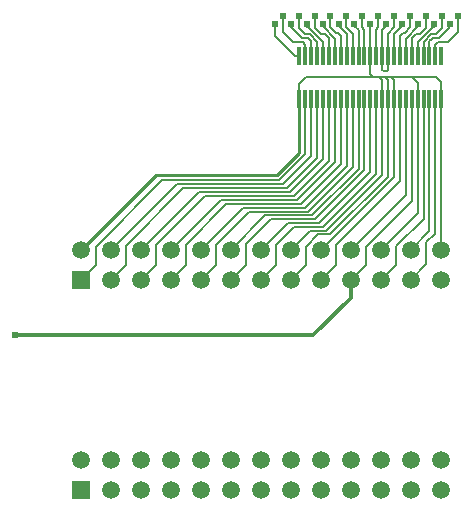
<source format=gbl>
G04*
G04 #@! TF.GenerationSoftware,Altium Limited,Altium Designer,18.0.12 (696)*
G04*
G04 Layer_Physical_Order=2*
G04 Layer_Color=16711680*
%FSLAX25Y25*%
%MOIN*%
G70*
G01*
G75*
%ADD17C,0.01200*%
%ADD18C,0.00600*%
%ADD19R,0.05906X0.05906*%
%ADD20C,0.05906*%
%ADD21C,0.02400*%
%ADD22R,0.01181X0.06299*%
%ADD23C,0.01000*%
D17*
X257500Y261500D02*
X270000Y274000D01*
X158000Y261500D02*
X257500D01*
X270000Y274000D02*
Y280000D01*
D18*
X280437Y350063D02*
Y354587D01*
Y350063D02*
X281000Y349500D01*
X282000D01*
X282405Y349905D01*
Y354587D01*
X300122Y290000D02*
Y290122D01*
X207200Y313200D02*
X246200D01*
X184900Y290900D02*
X207200Y313200D01*
X184900Y284900D02*
Y290900D01*
X255000Y347500D02*
X277500D01*
X252878Y345378D02*
X255000Y347500D01*
X252878Y340413D02*
Y345378D01*
X300122Y340413D02*
Y345878D01*
X298500Y347500D02*
X300122Y345878D01*
X290500Y347500D02*
X298500D01*
X283500D02*
X290500D01*
X292248Y340413D02*
Y345752D01*
X290500Y347500D02*
X292248Y345752D01*
X281500Y347500D02*
X283500D01*
X284374Y346626D01*
Y340413D02*
Y346626D01*
X279500Y347500D02*
X281500D01*
X282405Y340413D02*
Y346595D01*
X281500Y347500D02*
X282405Y346595D01*
X279500Y347500D02*
X280437Y346563D01*
X276500Y348500D02*
X277500Y347500D01*
X280437Y340413D02*
Y346563D01*
X277500Y347500D02*
X279500D01*
X276500Y348500D02*
Y354587D01*
X255300Y364400D02*
X255700D01*
X286343Y313142D02*
Y340413D01*
X264900Y291700D02*
X286343Y313142D01*
X284374Y314374D02*
Y340413D01*
X260000Y290000D02*
X284374Y314374D01*
X282405Y314405D02*
Y340413D01*
X263200Y295200D02*
X282405Y314405D01*
X259200Y295200D02*
X263200D01*
X280437Y314937D02*
Y340413D01*
X261800Y296300D02*
X280437Y314937D01*
X256300Y296300D02*
X261800D01*
X278468Y315469D02*
Y340413D01*
X260600Y297600D02*
X278468Y315469D01*
X251100Y297600D02*
X260600D01*
X276500Y316000D02*
Y340413D01*
X259400Y298900D02*
X276500Y316000D01*
X248900Y298900D02*
X259400D01*
X274532Y316531D02*
Y340413D01*
X258200Y300200D02*
X274532Y316531D01*
X243300Y300200D02*
X258200D01*
X272563Y317063D02*
Y340413D01*
X257000Y301500D02*
X272563Y317063D01*
X241500Y301500D02*
X257000D01*
X270595Y317595D02*
Y340413D01*
X255800Y302800D02*
X270595Y317595D01*
X236100Y302800D02*
X255800D01*
X268626Y318126D02*
Y340413D01*
X254600Y304100D02*
X268626Y318126D01*
X234100Y304100D02*
X254600D01*
X266657Y318657D02*
Y340413D01*
X253400Y305400D02*
X266657Y318657D01*
X228500Y305400D02*
X253400D01*
X264689Y319189D02*
Y340413D01*
X252200Y306700D02*
X264689Y319189D01*
X226700Y306700D02*
X252200D01*
X262720Y319721D02*
Y340413D01*
X251000Y308000D02*
X262720Y319721D01*
X221500Y308000D02*
X251000D01*
X260752Y320252D02*
Y340413D01*
X249800Y309300D02*
X260752Y320252D01*
X219300Y309300D02*
X249800D01*
X258784Y320783D02*
Y340413D01*
X248600Y310600D02*
X258784Y320783D01*
X214200Y310600D02*
X248600D01*
X256815Y321315D02*
Y340413D01*
X247400Y311900D02*
X256815Y321315D01*
X211900Y311900D02*
X247400D01*
X254847Y321847D02*
Y340413D01*
X246200Y313200D02*
X254847Y321847D01*
X253619Y360681D02*
X255742D01*
X250000Y364300D02*
X253619Y360681D01*
X250700Y359200D02*
X254000D01*
X254847Y358353D01*
X257900Y364089D02*
Y367100D01*
Y364089D02*
X260058Y361931D01*
X261331D01*
X260600Y364500D02*
X264689Y360411D01*
X265900Y364600D02*
X268626Y361874D01*
X271200Y364700D02*
X272563Y363337D01*
X276500Y354587D02*
Y364800D01*
X278468Y363469D02*
X279200Y364200D01*
X278468Y354587D02*
Y363469D01*
X265700Y362400D02*
X266657Y361442D01*
X264989Y362400D02*
X265700D01*
X263200Y364189D02*
X264989Y362400D01*
X263200Y364189D02*
Y367200D01*
X247300Y362600D02*
Y366900D01*
X244700Y361300D02*
Y364200D01*
X247300Y362600D02*
X250700Y359200D01*
X244700Y361300D02*
X251413Y354587D01*
X297300Y364400D02*
X297700D01*
X295100Y364089D02*
Y367100D01*
X292942Y361931D02*
X295100Y364089D01*
X291669Y361931D02*
X292942D01*
X290280Y360541D02*
X291669Y361931D01*
X290280Y354587D02*
Y360541D01*
X288311Y360411D02*
X292400Y364500D01*
X288311Y354587D02*
Y360411D01*
X300122Y290122D02*
Y340413D01*
X296185Y296185D02*
Y340413D01*
X280000Y290000D02*
X292248Y302248D01*
X295200Y292500D02*
X298153Y295454D01*
X295200Y285200D02*
Y292500D01*
X290000Y280000D02*
X295200Y285200D01*
X298153Y295454D02*
Y340413D01*
X290000Y290000D02*
X296185Y296185D01*
X285100Y291200D02*
X294216Y300317D01*
X285100Y285100D02*
Y291200D01*
X280000Y280000D02*
X285100Y285100D01*
X294216Y300317D02*
Y340413D01*
X275000Y291000D02*
X290280Y306279D01*
X275000Y285000D02*
Y291000D01*
X270000Y280000D02*
X275000Y285000D01*
X290280Y306279D02*
Y340413D01*
X270000Y290000D02*
X288311Y308311D01*
Y340413D01*
X264900Y284900D02*
Y291700D01*
X260000Y280000D02*
X264900Y284900D01*
X292248Y302248D02*
Y340413D01*
X200000Y290000D02*
X219300Y309300D01*
X205000Y291500D02*
X221500Y308000D01*
X205000Y285000D02*
Y291500D01*
X200000Y280000D02*
X205000Y285000D01*
X210000Y290000D02*
X226700Y306700D01*
X214900Y291800D02*
X228500Y305400D01*
X214900Y284900D02*
Y291800D01*
X210000Y280000D02*
X214900Y284900D01*
X220000Y290000D02*
X234100Y304100D01*
X224900Y291600D02*
X236100Y302800D01*
X224900Y284900D02*
Y291600D01*
X220000Y280000D02*
X224900Y284900D01*
X230000Y290000D02*
X241500Y301500D01*
X235100Y292000D02*
X243300Y300200D01*
X235100Y285100D02*
Y292000D01*
X230000Y280000D02*
X235100Y285100D01*
X240000Y290000D02*
X248900Y298900D01*
X245100Y291600D02*
X251100Y297600D01*
X245100Y285100D02*
Y291600D01*
X240000Y280000D02*
X245100Y285100D01*
X180000Y280000D02*
X184900Y284900D01*
X195000Y291400D02*
X214200Y310600D01*
X250000Y290000D02*
X256300Y296300D01*
X254900Y290900D02*
X259200Y295200D01*
X190000Y290000D02*
X211900Y311900D01*
X190000Y280000D02*
X195000Y285000D01*
Y291400D01*
X250000Y280000D02*
X254900Y284900D01*
Y290900D01*
X300000Y290000D02*
X300122Y290122D01*
X279200Y364200D02*
Y367400D01*
X280437Y354587D02*
Y363337D01*
X281800Y364700D01*
X282405Y354587D02*
Y362105D01*
X284500Y364200D01*
Y367300D01*
X284374Y354587D02*
Y361874D01*
X287100Y364600D01*
X286343Y354587D02*
Y361442D01*
X287300Y362400D01*
X288011D01*
X289800Y364189D01*
Y367200D01*
X292248Y354587D02*
Y359348D01*
X297300Y364400D01*
X294216Y354587D02*
Y359478D01*
X296719Y361981D01*
X298392D01*
X300400Y363989D01*
Y367000D01*
X296185Y354587D02*
Y359585D01*
X296900Y360300D01*
X296877D02*
X296900D01*
X296877D02*
X297258Y360681D01*
X299381D01*
X303000Y364300D01*
X298153Y354587D02*
Y358353D01*
X299000Y359200D01*
X302300D01*
X305700Y362600D01*
Y366900D01*
X251413Y354587D02*
X252878D01*
X254847D02*
Y358353D01*
X255742Y360681D02*
X256123Y360300D01*
X256100D02*
X256123D01*
X256100D02*
X256815Y359585D01*
Y354587D02*
Y359585D01*
X252600Y363989D02*
Y367000D01*
Y363989D02*
X254608Y361981D01*
X256281D01*
X258784Y359478D01*
Y354587D02*
Y359478D01*
X255700Y364400D02*
X260752Y359348D01*
Y354587D02*
Y359348D01*
X261331Y361931D02*
X262720Y360541D01*
Y354587D02*
Y360541D01*
X264689Y354587D02*
Y360411D01*
X266657Y354587D02*
Y361442D01*
X268626Y354587D02*
Y361874D01*
X268500Y364200D02*
Y367300D01*
Y364200D02*
X270595Y362105D01*
Y354587D02*
Y362105D01*
X272563Y354587D02*
Y363337D01*
X273800Y364200D02*
Y367400D01*
Y364200D02*
X274532Y363469D01*
Y354587D02*
Y363469D01*
D19*
X180000Y280000D02*
D03*
Y210000D02*
D03*
D20*
Y290000D02*
D03*
X190000Y280000D02*
D03*
Y290000D02*
D03*
X200000Y280000D02*
D03*
Y290000D02*
D03*
X210000Y280000D02*
D03*
Y290000D02*
D03*
X220000Y280000D02*
D03*
Y290000D02*
D03*
X230000Y280000D02*
D03*
Y290000D02*
D03*
X240000Y280000D02*
D03*
Y290000D02*
D03*
X250000Y280000D02*
D03*
Y290000D02*
D03*
X260000Y280000D02*
D03*
Y290000D02*
D03*
X270000Y280000D02*
D03*
Y290000D02*
D03*
X280000Y280000D02*
D03*
Y290000D02*
D03*
X290000Y280000D02*
D03*
Y290000D02*
D03*
X300000Y280000D02*
D03*
Y290000D02*
D03*
X180000Y220000D02*
D03*
X190000Y210000D02*
D03*
Y220000D02*
D03*
X200000Y210000D02*
D03*
Y220000D02*
D03*
X210000Y210000D02*
D03*
Y220000D02*
D03*
X220000Y210000D02*
D03*
Y220000D02*
D03*
X230000Y210000D02*
D03*
Y220000D02*
D03*
X240000Y210000D02*
D03*
Y220000D02*
D03*
X250000Y210000D02*
D03*
Y220000D02*
D03*
X260000Y210000D02*
D03*
Y220000D02*
D03*
X270000Y210000D02*
D03*
Y220000D02*
D03*
X280000Y210000D02*
D03*
Y220000D02*
D03*
X290000Y210000D02*
D03*
Y220000D02*
D03*
X300000Y210000D02*
D03*
Y220000D02*
D03*
D21*
X158000Y261500D02*
D03*
X255300Y365300D02*
D03*
X260600D02*
D03*
X265900D02*
D03*
X271200D02*
D03*
X276500D02*
D03*
X257900Y368000D02*
D03*
X250000Y365300D02*
D03*
X247300Y368000D02*
D03*
X244700Y365300D02*
D03*
X300300Y368000D02*
D03*
X297700Y365300D02*
D03*
X305600Y368000D02*
D03*
X303000Y365300D02*
D03*
X295000Y368000D02*
D03*
X289700D02*
D03*
X292400Y365300D02*
D03*
X284400Y368000D02*
D03*
X287100Y365300D02*
D03*
X252600Y368000D02*
D03*
X263200D02*
D03*
X268500D02*
D03*
X281800Y365300D02*
D03*
X279100Y368000D02*
D03*
X273800D02*
D03*
D22*
X252878Y340413D02*
D03*
Y354587D02*
D03*
X254847Y340413D02*
D03*
Y354587D02*
D03*
X256815Y340413D02*
D03*
Y354587D02*
D03*
X258784Y340413D02*
D03*
Y354587D02*
D03*
X260752Y340413D02*
D03*
Y354587D02*
D03*
X262720Y340413D02*
D03*
Y354587D02*
D03*
X264689Y340413D02*
D03*
Y354587D02*
D03*
X266657Y340413D02*
D03*
Y354587D02*
D03*
X268626Y340413D02*
D03*
Y354587D02*
D03*
X270595Y340413D02*
D03*
Y354587D02*
D03*
X272563Y340413D02*
D03*
Y354587D02*
D03*
X274532Y340413D02*
D03*
Y354587D02*
D03*
X276500Y340413D02*
D03*
Y354587D02*
D03*
X278468Y340413D02*
D03*
Y354587D02*
D03*
X280437Y340413D02*
D03*
Y354587D02*
D03*
X282405Y340413D02*
D03*
Y354587D02*
D03*
X284374Y340413D02*
D03*
Y354587D02*
D03*
X286343Y340413D02*
D03*
Y354587D02*
D03*
X288311Y340413D02*
D03*
Y354587D02*
D03*
X290280Y340413D02*
D03*
Y354587D02*
D03*
X292248Y340413D02*
D03*
Y354587D02*
D03*
X294216Y340413D02*
D03*
Y354587D02*
D03*
X296185Y340413D02*
D03*
Y354587D02*
D03*
X298153Y340413D02*
D03*
Y354587D02*
D03*
X300122Y340413D02*
D03*
Y354587D02*
D03*
D23*
X245500Y315000D02*
X252878Y322378D01*
X205000Y315000D02*
X245500D01*
X252878Y322378D02*
Y340413D01*
X180000Y290000D02*
X205000Y315000D01*
M02*

</source>
